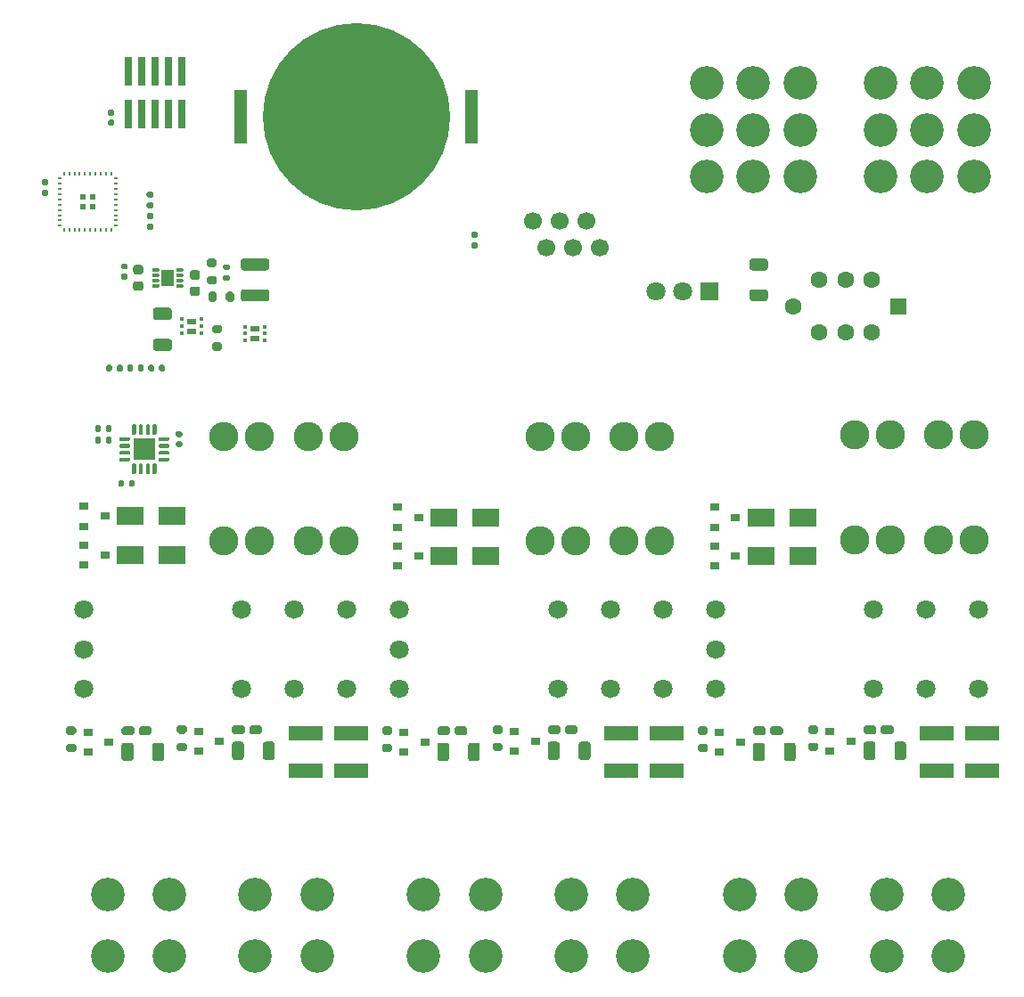
<source format=gbr>
%TF.GenerationSoftware,KiCad,Pcbnew,(5.1.9-0-10_14)*%
%TF.CreationDate,2021-05-25T14:21:41-07:00*%
%TF.ProjectId,tp_radio_board,74705f72-6164-4696-9f5f-626f6172642e,rev?*%
%TF.SameCoordinates,Original*%
%TF.FileFunction,Soldermask,Top*%
%TF.FilePolarity,Negative*%
%FSLAX46Y46*%
G04 Gerber Fmt 4.6, Leading zero omitted, Abs format (unit mm)*
G04 Created by KiCad (PCBNEW (5.1.9-0-10_14)) date 2021-05-25 14:21:41*
%MOMM*%
%LPD*%
G01*
G04 APERTURE LIST*
%ADD10R,0.762000X2.794000*%
%ADD11C,1.808000*%
%ADD12R,0.500000X0.500000*%
%ADD13R,0.250000X0.350000*%
%ADD14R,0.350000X0.250000*%
%ADD15R,0.900000X0.800000*%
%ADD16C,3.200000*%
%ADD17C,1.700000*%
%ADD18C,2.780000*%
%ADD19R,0.950000X0.613000*%
%ADD20R,0.325000X0.300000*%
%ADD21R,1.200000X1.500000*%
%ADD22R,1.800000X1.800000*%
%ADD23C,1.800000*%
%ADD24R,3.300000X1.400000*%
%ADD25R,2.500000X1.800000*%
%ADD26R,1.270000X5.080000*%
%ADD27C,17.800000*%
%ADD28R,2.100000X2.100000*%
%ADD29C,1.600000*%
%ADD30R,1.600000X1.600000*%
G04 APERTURE END LIST*
D10*
%TO.C,J1*%
X31340000Y-102772000D03*
X31340000Y-98708000D03*
X32610000Y-102772000D03*
X32610000Y-98708000D03*
X33880000Y-102772000D03*
X33880000Y-98708000D03*
X35150000Y-102772000D03*
X35150000Y-98708000D03*
X36420000Y-102772000D03*
X36420000Y-98708000D03*
%TD*%
D11*
%TO.C,K2*%
X57140008Y-157350000D03*
X72140008Y-157350000D03*
X77140008Y-157350000D03*
X82140008Y-157350000D03*
X82140008Y-149850000D03*
X77140008Y-149850000D03*
X72140008Y-149850000D03*
X57140008Y-149850000D03*
X57140008Y-153600000D03*
%TD*%
%TO.C,K3*%
X87140008Y-157350000D03*
X102140008Y-157350000D03*
X107140008Y-157350000D03*
X112140008Y-157350000D03*
X112140008Y-149850000D03*
X107140008Y-149850000D03*
X102140008Y-149850000D03*
X87140008Y-149850000D03*
X87140008Y-153600000D03*
%TD*%
%TO.C,K1*%
X27140008Y-157350000D03*
X42140008Y-157350000D03*
X47140008Y-157350000D03*
X52140008Y-157350000D03*
X52140008Y-149850000D03*
X47140008Y-149850000D03*
X42140008Y-149850000D03*
X27140008Y-149850000D03*
X27140008Y-153600000D03*
%TD*%
D12*
%TO.C,U1*%
X27050000Y-111550000D03*
X27950000Y-111550000D03*
X27950000Y-110650000D03*
X27050000Y-110650000D03*
D13*
X29750000Y-108450000D03*
X29250000Y-108450000D03*
X28750000Y-108450000D03*
X28250000Y-108450000D03*
X27750000Y-108450000D03*
X27250000Y-108450000D03*
X26750000Y-108450000D03*
X25750000Y-108450000D03*
X26250000Y-108450000D03*
X25250000Y-108450000D03*
D14*
X30150000Y-108850000D03*
X30150000Y-109350000D03*
X30150000Y-109850000D03*
X30150000Y-110350000D03*
X30150000Y-110850000D03*
X30150000Y-111350000D03*
X30150000Y-111850000D03*
X30150000Y-112350000D03*
X30150000Y-112850000D03*
X30150000Y-113350000D03*
D13*
X29750000Y-113750000D03*
X29250000Y-113750000D03*
X28750000Y-113750000D03*
X28250000Y-113750000D03*
X27750000Y-113750000D03*
X27250000Y-113750000D03*
X26750000Y-113750000D03*
X26250000Y-113750000D03*
X25750000Y-113750000D03*
X25250000Y-113750000D03*
D14*
X24850000Y-113350000D03*
X24850000Y-112850000D03*
X24850000Y-112350000D03*
X24850000Y-111850000D03*
X24850000Y-111350000D03*
X24850000Y-110850000D03*
X24850000Y-110350000D03*
X24850000Y-109850000D03*
X24850000Y-109350000D03*
X24850000Y-108850000D03*
%TD*%
%TO.C,D12*%
G36*
G01*
X102840000Y-161462500D02*
X102840000Y-161037500D01*
G75*
G02*
X103052500Y-160825000I212500J0D01*
G01*
X103852500Y-160825000D01*
G75*
G02*
X104065000Y-161037500I0J-212500D01*
G01*
X104065000Y-161462500D01*
G75*
G02*
X103852500Y-161675000I-212500J0D01*
G01*
X103052500Y-161675000D01*
G75*
G02*
X102840000Y-161462500I0J212500D01*
G01*
G37*
G36*
G01*
X101215000Y-161462500D02*
X101215000Y-161037500D01*
G75*
G02*
X101427500Y-160825000I212500J0D01*
G01*
X102227500Y-160825000D01*
G75*
G02*
X102440000Y-161037500I0J-212500D01*
G01*
X102440000Y-161462500D01*
G75*
G02*
X102227500Y-161675000I-212500J0D01*
G01*
X101427500Y-161675000D01*
G75*
G02*
X101215000Y-161462500I0J212500D01*
G01*
G37*
%TD*%
%TO.C,D11*%
G36*
G01*
X72840000Y-161462500D02*
X72840000Y-161037500D01*
G75*
G02*
X73052500Y-160825000I212500J0D01*
G01*
X73852500Y-160825000D01*
G75*
G02*
X74065000Y-161037500I0J-212500D01*
G01*
X74065000Y-161462500D01*
G75*
G02*
X73852500Y-161675000I-212500J0D01*
G01*
X73052500Y-161675000D01*
G75*
G02*
X72840000Y-161462500I0J212500D01*
G01*
G37*
G36*
G01*
X71215000Y-161462500D02*
X71215000Y-161037500D01*
G75*
G02*
X71427500Y-160825000I212500J0D01*
G01*
X72227500Y-160825000D01*
G75*
G02*
X72440000Y-161037500I0J-212500D01*
G01*
X72440000Y-161462500D01*
G75*
G02*
X72227500Y-161675000I-212500J0D01*
G01*
X71427500Y-161675000D01*
G75*
G02*
X71215000Y-161462500I0J212500D01*
G01*
G37*
%TD*%
%TO.C,D10*%
G36*
G01*
X42840000Y-161462500D02*
X42840000Y-161037500D01*
G75*
G02*
X43052500Y-160825000I212500J0D01*
G01*
X43852500Y-160825000D01*
G75*
G02*
X44065000Y-161037500I0J-212500D01*
G01*
X44065000Y-161462500D01*
G75*
G02*
X43852500Y-161675000I-212500J0D01*
G01*
X43052500Y-161675000D01*
G75*
G02*
X42840000Y-161462500I0J212500D01*
G01*
G37*
G36*
G01*
X41215000Y-161462500D02*
X41215000Y-161037500D01*
G75*
G02*
X41427500Y-160825000I212500J0D01*
G01*
X42227500Y-160825000D01*
G75*
G02*
X42440000Y-161037500I0J-212500D01*
G01*
X42440000Y-161462500D01*
G75*
G02*
X42227500Y-161675000I-212500J0D01*
G01*
X41427500Y-161675000D01*
G75*
G02*
X41215000Y-161462500I0J212500D01*
G01*
G37*
%TD*%
%TO.C,R24*%
G36*
G01*
X42340000Y-162624998D02*
X42340000Y-163875002D01*
G75*
G02*
X42090002Y-164125000I-249998J0D01*
G01*
X41464998Y-164125000D01*
G75*
G02*
X41215000Y-163875002I0J249998D01*
G01*
X41215000Y-162624998D01*
G75*
G02*
X41464998Y-162375000I249998J0D01*
G01*
X42090002Y-162375000D01*
G75*
G02*
X42340000Y-162624998I0J-249998D01*
G01*
G37*
G36*
G01*
X45265000Y-162624998D02*
X45265000Y-163875002D01*
G75*
G02*
X45015002Y-164125000I-249998J0D01*
G01*
X44389998Y-164125000D01*
G75*
G02*
X44140000Y-163875002I0J249998D01*
G01*
X44140000Y-162624998D01*
G75*
G02*
X44389998Y-162375000I249998J0D01*
G01*
X45015002Y-162375000D01*
G75*
G02*
X45265000Y-162624998I0J-249998D01*
G01*
G37*
%TD*%
%TO.C,R26*%
G36*
G01*
X102340000Y-162624998D02*
X102340000Y-163875002D01*
G75*
G02*
X102090002Y-164125000I-249998J0D01*
G01*
X101464998Y-164125000D01*
G75*
G02*
X101215000Y-163875002I0J249998D01*
G01*
X101215000Y-162624998D01*
G75*
G02*
X101464998Y-162375000I249998J0D01*
G01*
X102090002Y-162375000D01*
G75*
G02*
X102340000Y-162624998I0J-249998D01*
G01*
G37*
G36*
G01*
X105265000Y-162624998D02*
X105265000Y-163875002D01*
G75*
G02*
X105015002Y-164125000I-249998J0D01*
G01*
X104389998Y-164125000D01*
G75*
G02*
X104140000Y-163875002I0J249998D01*
G01*
X104140000Y-162624998D01*
G75*
G02*
X104389998Y-162375000I249998J0D01*
G01*
X105015002Y-162375000D01*
G75*
G02*
X105265000Y-162624998I0J-249998D01*
G01*
G37*
%TD*%
%TO.C,R25*%
G36*
G01*
X72340000Y-162624998D02*
X72340000Y-163875002D01*
G75*
G02*
X72090002Y-164125000I-249998J0D01*
G01*
X71464998Y-164125000D01*
G75*
G02*
X71215000Y-163875002I0J249998D01*
G01*
X71215000Y-162624998D01*
G75*
G02*
X71464998Y-162375000I249998J0D01*
G01*
X72090002Y-162375000D01*
G75*
G02*
X72340000Y-162624998I0J-249998D01*
G01*
G37*
G36*
G01*
X75265000Y-162624998D02*
X75265000Y-163875002D01*
G75*
G02*
X75015002Y-164125000I-249998J0D01*
G01*
X74389998Y-164125000D01*
G75*
G02*
X74140000Y-163875002I0J249998D01*
G01*
X74140000Y-162624998D01*
G75*
G02*
X74389998Y-162375000I249998J0D01*
G01*
X75015002Y-162375000D01*
G75*
G02*
X75265000Y-162624998I0J-249998D01*
G01*
G37*
%TD*%
%TO.C,R21*%
G36*
G01*
X36715000Y-161625000D02*
X36165000Y-161625000D01*
G75*
G02*
X35965000Y-161425000I0J200000D01*
G01*
X35965000Y-161025000D01*
G75*
G02*
X36165000Y-160825000I200000J0D01*
G01*
X36715000Y-160825000D01*
G75*
G02*
X36915000Y-161025000I0J-200000D01*
G01*
X36915000Y-161425000D01*
G75*
G02*
X36715000Y-161625000I-200000J0D01*
G01*
G37*
G36*
G01*
X36715000Y-163275000D02*
X36165000Y-163275000D01*
G75*
G02*
X35965000Y-163075000I0J200000D01*
G01*
X35965000Y-162675000D01*
G75*
G02*
X36165000Y-162475000I200000J0D01*
G01*
X36715000Y-162475000D01*
G75*
G02*
X36915000Y-162675000I0J-200000D01*
G01*
X36915000Y-163075000D01*
G75*
G02*
X36715000Y-163275000I-200000J0D01*
G01*
G37*
%TD*%
%TO.C,R23*%
G36*
G01*
X96715000Y-161625000D02*
X96165000Y-161625000D01*
G75*
G02*
X95965000Y-161425000I0J200000D01*
G01*
X95965000Y-161025000D01*
G75*
G02*
X96165000Y-160825000I200000J0D01*
G01*
X96715000Y-160825000D01*
G75*
G02*
X96915000Y-161025000I0J-200000D01*
G01*
X96915000Y-161425000D01*
G75*
G02*
X96715000Y-161625000I-200000J0D01*
G01*
G37*
G36*
G01*
X96715000Y-163275000D02*
X96165000Y-163275000D01*
G75*
G02*
X95965000Y-163075000I0J200000D01*
G01*
X95965000Y-162675000D01*
G75*
G02*
X96165000Y-162475000I200000J0D01*
G01*
X96715000Y-162475000D01*
G75*
G02*
X96915000Y-162675000I0J-200000D01*
G01*
X96915000Y-163075000D01*
G75*
G02*
X96715000Y-163275000I-200000J0D01*
G01*
G37*
%TD*%
%TO.C,R22*%
G36*
G01*
X66715000Y-161625000D02*
X66165000Y-161625000D01*
G75*
G02*
X65965000Y-161425000I0J200000D01*
G01*
X65965000Y-161025000D01*
G75*
G02*
X66165000Y-160825000I200000J0D01*
G01*
X66715000Y-160825000D01*
G75*
G02*
X66915000Y-161025000I0J-200000D01*
G01*
X66915000Y-161425000D01*
G75*
G02*
X66715000Y-161625000I-200000J0D01*
G01*
G37*
G36*
G01*
X66715000Y-163275000D02*
X66165000Y-163275000D01*
G75*
G02*
X65965000Y-163075000I0J200000D01*
G01*
X65965000Y-162675000D01*
G75*
G02*
X66165000Y-162475000I200000J0D01*
G01*
X66715000Y-162475000D01*
G75*
G02*
X66915000Y-162675000I0J-200000D01*
G01*
X66915000Y-163075000D01*
G75*
G02*
X66715000Y-163275000I-200000J0D01*
G01*
G37*
%TD*%
%TO.C,R16*%
G36*
G01*
X31840000Y-162724998D02*
X31840000Y-163975002D01*
G75*
G02*
X31590002Y-164225000I-249998J0D01*
G01*
X30964998Y-164225000D01*
G75*
G02*
X30715000Y-163975002I0J249998D01*
G01*
X30715000Y-162724998D01*
G75*
G02*
X30964998Y-162475000I249998J0D01*
G01*
X31590002Y-162475000D01*
G75*
G02*
X31840000Y-162724998I0J-249998D01*
G01*
G37*
G36*
G01*
X34765000Y-162724998D02*
X34765000Y-163975002D01*
G75*
G02*
X34515002Y-164225000I-249998J0D01*
G01*
X33889998Y-164225000D01*
G75*
G02*
X33640000Y-163975002I0J249998D01*
G01*
X33640000Y-162724998D01*
G75*
G02*
X33889998Y-162475000I249998J0D01*
G01*
X34515002Y-162475000D01*
G75*
G02*
X34765000Y-162724998I0J-249998D01*
G01*
G37*
%TD*%
%TO.C,R18*%
G36*
G01*
X91840000Y-162724998D02*
X91840000Y-163975002D01*
G75*
G02*
X91590002Y-164225000I-249998J0D01*
G01*
X90964998Y-164225000D01*
G75*
G02*
X90715000Y-163975002I0J249998D01*
G01*
X90715000Y-162724998D01*
G75*
G02*
X90964998Y-162475000I249998J0D01*
G01*
X91590002Y-162475000D01*
G75*
G02*
X91840000Y-162724998I0J-249998D01*
G01*
G37*
G36*
G01*
X94765000Y-162724998D02*
X94765000Y-163975002D01*
G75*
G02*
X94515002Y-164225000I-249998J0D01*
G01*
X93889998Y-164225000D01*
G75*
G02*
X93640000Y-163975002I0J249998D01*
G01*
X93640000Y-162724998D01*
G75*
G02*
X93889998Y-162475000I249998J0D01*
G01*
X94515002Y-162475000D01*
G75*
G02*
X94765000Y-162724998I0J-249998D01*
G01*
G37*
%TD*%
%TO.C,R17*%
G36*
G01*
X61840000Y-162724998D02*
X61840000Y-163975002D01*
G75*
G02*
X61590002Y-164225000I-249998J0D01*
G01*
X60964998Y-164225000D01*
G75*
G02*
X60715000Y-163975002I0J249998D01*
G01*
X60715000Y-162724998D01*
G75*
G02*
X60964998Y-162475000I249998J0D01*
G01*
X61590002Y-162475000D01*
G75*
G02*
X61840000Y-162724998I0J-249998D01*
G01*
G37*
G36*
G01*
X64765000Y-162724998D02*
X64765000Y-163975002D01*
G75*
G02*
X64515002Y-164225000I-249998J0D01*
G01*
X63889998Y-164225000D01*
G75*
G02*
X63640000Y-163975002I0J249998D01*
G01*
X63640000Y-162724998D01*
G75*
G02*
X63889998Y-162475000I249998J0D01*
G01*
X64515002Y-162475000D01*
G75*
G02*
X64765000Y-162724998I0J-249998D01*
G01*
G37*
%TD*%
%TO.C,R13*%
G36*
G01*
X26215000Y-161725000D02*
X25665000Y-161725000D01*
G75*
G02*
X25465000Y-161525000I0J200000D01*
G01*
X25465000Y-161125000D01*
G75*
G02*
X25665000Y-160925000I200000J0D01*
G01*
X26215000Y-160925000D01*
G75*
G02*
X26415000Y-161125000I0J-200000D01*
G01*
X26415000Y-161525000D01*
G75*
G02*
X26215000Y-161725000I-200000J0D01*
G01*
G37*
G36*
G01*
X26215000Y-163375000D02*
X25665000Y-163375000D01*
G75*
G02*
X25465000Y-163175000I0J200000D01*
G01*
X25465000Y-162775000D01*
G75*
G02*
X25665000Y-162575000I200000J0D01*
G01*
X26215000Y-162575000D01*
G75*
G02*
X26415000Y-162775000I0J-200000D01*
G01*
X26415000Y-163175000D01*
G75*
G02*
X26215000Y-163375000I-200000J0D01*
G01*
G37*
%TD*%
%TO.C,R15*%
G36*
G01*
X86215000Y-161725000D02*
X85665000Y-161725000D01*
G75*
G02*
X85465000Y-161525000I0J200000D01*
G01*
X85465000Y-161125000D01*
G75*
G02*
X85665000Y-160925000I200000J0D01*
G01*
X86215000Y-160925000D01*
G75*
G02*
X86415000Y-161125000I0J-200000D01*
G01*
X86415000Y-161525000D01*
G75*
G02*
X86215000Y-161725000I-200000J0D01*
G01*
G37*
G36*
G01*
X86215000Y-163375000D02*
X85665000Y-163375000D01*
G75*
G02*
X85465000Y-163175000I0J200000D01*
G01*
X85465000Y-162775000D01*
G75*
G02*
X85665000Y-162575000I200000J0D01*
G01*
X86215000Y-162575000D01*
G75*
G02*
X86415000Y-162775000I0J-200000D01*
G01*
X86415000Y-163175000D01*
G75*
G02*
X86215000Y-163375000I-200000J0D01*
G01*
G37*
%TD*%
%TO.C,R14*%
G36*
G01*
X56215000Y-161725000D02*
X55665000Y-161725000D01*
G75*
G02*
X55465000Y-161525000I0J200000D01*
G01*
X55465000Y-161125000D01*
G75*
G02*
X55665000Y-160925000I200000J0D01*
G01*
X56215000Y-160925000D01*
G75*
G02*
X56415000Y-161125000I0J-200000D01*
G01*
X56415000Y-161525000D01*
G75*
G02*
X56215000Y-161725000I-200000J0D01*
G01*
G37*
G36*
G01*
X56215000Y-163375000D02*
X55665000Y-163375000D01*
G75*
G02*
X55465000Y-163175000I0J200000D01*
G01*
X55465000Y-162775000D01*
G75*
G02*
X55665000Y-162575000I200000J0D01*
G01*
X56215000Y-162575000D01*
G75*
G02*
X56415000Y-162775000I0J-200000D01*
G01*
X56415000Y-163175000D01*
G75*
G02*
X56215000Y-163375000I-200000J0D01*
G01*
G37*
%TD*%
D15*
%TO.C,Q10*%
X40040000Y-162350000D03*
X38040000Y-163300000D03*
X38040000Y-161400000D03*
%TD*%
%TO.C,Q12*%
X100040000Y-162350000D03*
X98040000Y-163300000D03*
X98040000Y-161400000D03*
%TD*%
%TO.C,Q11*%
X70040000Y-162350000D03*
X68040000Y-163300000D03*
X68040000Y-161400000D03*
%TD*%
%TO.C,Q7*%
X29540000Y-162450000D03*
X27540000Y-163400000D03*
X27540000Y-161500000D03*
%TD*%
%TO.C,Q9*%
X89540000Y-162450000D03*
X87540000Y-163400000D03*
X87540000Y-161500000D03*
%TD*%
%TO.C,Q8*%
X59540000Y-162450000D03*
X57540000Y-163400000D03*
X57540000Y-161500000D03*
%TD*%
%TO.C,D7*%
G36*
G01*
X32340000Y-161562500D02*
X32340000Y-161137500D01*
G75*
G02*
X32552500Y-160925000I212500J0D01*
G01*
X33352500Y-160925000D01*
G75*
G02*
X33565000Y-161137500I0J-212500D01*
G01*
X33565000Y-161562500D01*
G75*
G02*
X33352500Y-161775000I-212500J0D01*
G01*
X32552500Y-161775000D01*
G75*
G02*
X32340000Y-161562500I0J212500D01*
G01*
G37*
G36*
G01*
X30715000Y-161562500D02*
X30715000Y-161137500D01*
G75*
G02*
X30927500Y-160925000I212500J0D01*
G01*
X31727500Y-160925000D01*
G75*
G02*
X31940000Y-161137500I0J-212500D01*
G01*
X31940000Y-161562500D01*
G75*
G02*
X31727500Y-161775000I-212500J0D01*
G01*
X30927500Y-161775000D01*
G75*
G02*
X30715000Y-161562500I0J212500D01*
G01*
G37*
%TD*%
%TO.C,D9*%
G36*
G01*
X92340000Y-161562500D02*
X92340000Y-161137500D01*
G75*
G02*
X92552500Y-160925000I212500J0D01*
G01*
X93352500Y-160925000D01*
G75*
G02*
X93565000Y-161137500I0J-212500D01*
G01*
X93565000Y-161562500D01*
G75*
G02*
X93352500Y-161775000I-212500J0D01*
G01*
X92552500Y-161775000D01*
G75*
G02*
X92340000Y-161562500I0J212500D01*
G01*
G37*
G36*
G01*
X90715000Y-161562500D02*
X90715000Y-161137500D01*
G75*
G02*
X90927500Y-160925000I212500J0D01*
G01*
X91727500Y-160925000D01*
G75*
G02*
X91940000Y-161137500I0J-212500D01*
G01*
X91940000Y-161562500D01*
G75*
G02*
X91727500Y-161775000I-212500J0D01*
G01*
X90927500Y-161775000D01*
G75*
G02*
X90715000Y-161562500I0J212500D01*
G01*
G37*
%TD*%
%TO.C,D8*%
G36*
G01*
X62340000Y-161562500D02*
X62340000Y-161137500D01*
G75*
G02*
X62552500Y-160925000I212500J0D01*
G01*
X63352500Y-160925000D01*
G75*
G02*
X63565000Y-161137500I0J-212500D01*
G01*
X63565000Y-161562500D01*
G75*
G02*
X63352500Y-161775000I-212500J0D01*
G01*
X62552500Y-161775000D01*
G75*
G02*
X62340000Y-161562500I0J212500D01*
G01*
G37*
G36*
G01*
X60715000Y-161562500D02*
X60715000Y-161137500D01*
G75*
G02*
X60927500Y-160925000I212500J0D01*
G01*
X61727500Y-160925000D01*
G75*
G02*
X61940000Y-161137500I0J-212500D01*
G01*
X61940000Y-161562500D01*
G75*
G02*
X61727500Y-161775000I-212500J0D01*
G01*
X60927500Y-161775000D01*
G75*
G02*
X60715000Y-161562500I0J212500D01*
G01*
G37*
%TD*%
D16*
%TO.C,J10*%
X90750000Y-104250000D03*
X90750000Y-108685000D03*
X95185000Y-104250000D03*
X90750000Y-99815000D03*
X86315000Y-104250000D03*
X86315000Y-108685000D03*
X86315000Y-99815000D03*
X95185000Y-99815000D03*
X95185000Y-108685000D03*
%TD*%
%TO.C,J8*%
X107250000Y-104250000D03*
X107250000Y-108685000D03*
X111685000Y-104250000D03*
X107250000Y-99815000D03*
X102815000Y-104250000D03*
X102815000Y-108685000D03*
X102815000Y-99815000D03*
X111685000Y-99815000D03*
X111685000Y-108685000D03*
%TD*%
%TO.C,J7*%
X103405000Y-182785000D03*
X103405000Y-176915000D03*
X109275000Y-176915000D03*
X109275000Y-182785000D03*
%TD*%
%TO.C,J6*%
X73405000Y-182785000D03*
X73405000Y-176915000D03*
X79275000Y-176915000D03*
X79275000Y-182785000D03*
%TD*%
%TO.C,J5*%
X43405000Y-182785000D03*
X43405000Y-176915000D03*
X49275000Y-176915000D03*
X49275000Y-182785000D03*
%TD*%
%TO.C,J4*%
X89405000Y-182785000D03*
X89405000Y-176915000D03*
X95275000Y-176915000D03*
X95275000Y-182785000D03*
%TD*%
%TO.C,J3*%
X59405000Y-182785000D03*
X59405000Y-176915000D03*
X65275000Y-176915000D03*
X65275000Y-182785000D03*
%TD*%
%TO.C,J2*%
X29405000Y-182785000D03*
X29405000Y-176915000D03*
X35275000Y-176915000D03*
X35275000Y-182785000D03*
%TD*%
D17*
%TO.C,J9*%
X76175000Y-115440000D03*
X73635000Y-115440000D03*
X71095000Y-115440000D03*
X74905000Y-112900000D03*
X72345000Y-112900000D03*
X69825000Y-112900000D03*
%TD*%
%TO.C,R20*%
G36*
G01*
X91875002Y-117600000D02*
X90624998Y-117600000D01*
G75*
G02*
X90375000Y-117350002I0J249998D01*
G01*
X90375000Y-116724998D01*
G75*
G02*
X90624998Y-116475000I249998J0D01*
G01*
X91875002Y-116475000D01*
G75*
G02*
X92125000Y-116724998I0J-249998D01*
G01*
X92125000Y-117350002D01*
G75*
G02*
X91875002Y-117600000I-249998J0D01*
G01*
G37*
G36*
G01*
X91875002Y-120525000D02*
X90624998Y-120525000D01*
G75*
G02*
X90375000Y-120275002I0J249998D01*
G01*
X90375000Y-119649998D01*
G75*
G02*
X90624998Y-119400000I249998J0D01*
G01*
X91875002Y-119400000D01*
G75*
G02*
X92125000Y-119649998I0J-249998D01*
G01*
X92125000Y-120275002D01*
G75*
G02*
X91875002Y-120525000I-249998J0D01*
G01*
G37*
%TD*%
%TO.C,R19*%
G36*
G01*
X64435000Y-114490000D02*
X64065000Y-114490000D01*
G75*
G02*
X63930000Y-114355000I0J135000D01*
G01*
X63930000Y-114085000D01*
G75*
G02*
X64065000Y-113950000I135000J0D01*
G01*
X64435000Y-113950000D01*
G75*
G02*
X64570000Y-114085000I0J-135000D01*
G01*
X64570000Y-114355000D01*
G75*
G02*
X64435000Y-114490000I-135000J0D01*
G01*
G37*
G36*
G01*
X64435000Y-115510000D02*
X64065000Y-115510000D01*
G75*
G02*
X63930000Y-115375000I0J135000D01*
G01*
X63930000Y-115105000D01*
G75*
G02*
X64065000Y-114970000I135000J0D01*
G01*
X64435000Y-114970000D01*
G75*
G02*
X64570000Y-115105000I0J-135000D01*
G01*
X64570000Y-115375000D01*
G75*
G02*
X64435000Y-115510000I-135000J0D01*
G01*
G37*
%TD*%
D18*
%TO.C,F6*%
X108350000Y-143170000D03*
X111750000Y-143170000D03*
X108350000Y-133250000D03*
X111750000Y-133250000D03*
%TD*%
%TO.C,F5*%
X78440000Y-143270000D03*
X81840000Y-143270000D03*
X78440000Y-133350000D03*
X81840000Y-133350000D03*
%TD*%
%TO.C,F4*%
X48440000Y-143270000D03*
X51840000Y-143270000D03*
X48440000Y-133350000D03*
X51840000Y-133350000D03*
%TD*%
D19*
%TO.C,U6*%
X43400000Y-123133500D03*
X43400000Y-124066500D03*
D20*
X44325000Y-122950000D03*
X44325000Y-124250000D03*
X44325000Y-123600000D03*
X42475000Y-124250000D03*
X42475000Y-123600000D03*
X42475000Y-122950000D03*
%TD*%
D19*
%TO.C,U5*%
X37400000Y-122433500D03*
X37400000Y-123366500D03*
D20*
X38325000Y-122250000D03*
X38325000Y-123550000D03*
X38325000Y-122900000D03*
X36475000Y-123550000D03*
X36475000Y-122900000D03*
X36475000Y-122250000D03*
%TD*%
D21*
%TO.C,U4*%
X35100000Y-118300000D03*
G36*
G01*
X35900000Y-117637500D02*
X35900000Y-117462500D01*
G75*
G02*
X35987500Y-117375000I87500J0D01*
G01*
X36487500Y-117375000D01*
G75*
G02*
X36575000Y-117462500I0J-87500D01*
G01*
X36575000Y-117637500D01*
G75*
G02*
X36487500Y-117725000I-87500J0D01*
G01*
X35987500Y-117725000D01*
G75*
G02*
X35900000Y-117637500I0J87500D01*
G01*
G37*
G36*
G01*
X35900000Y-118137500D02*
X35900000Y-117962500D01*
G75*
G02*
X35987500Y-117875000I87500J0D01*
G01*
X36487500Y-117875000D01*
G75*
G02*
X36575000Y-117962500I0J-87500D01*
G01*
X36575000Y-118137500D01*
G75*
G02*
X36487500Y-118225000I-87500J0D01*
G01*
X35987500Y-118225000D01*
G75*
G02*
X35900000Y-118137500I0J87500D01*
G01*
G37*
G36*
G01*
X35900000Y-118637500D02*
X35900000Y-118462500D01*
G75*
G02*
X35987500Y-118375000I87500J0D01*
G01*
X36487500Y-118375000D01*
G75*
G02*
X36575000Y-118462500I0J-87500D01*
G01*
X36575000Y-118637500D01*
G75*
G02*
X36487500Y-118725000I-87500J0D01*
G01*
X35987500Y-118725000D01*
G75*
G02*
X35900000Y-118637500I0J87500D01*
G01*
G37*
G36*
G01*
X35900000Y-119137500D02*
X35900000Y-118962500D01*
G75*
G02*
X35987500Y-118875000I87500J0D01*
G01*
X36487500Y-118875000D01*
G75*
G02*
X36575000Y-118962500I0J-87500D01*
G01*
X36575000Y-119137500D01*
G75*
G02*
X36487500Y-119225000I-87500J0D01*
G01*
X35987500Y-119225000D01*
G75*
G02*
X35900000Y-119137500I0J87500D01*
G01*
G37*
G36*
G01*
X33625000Y-119137500D02*
X33625000Y-118962500D01*
G75*
G02*
X33712500Y-118875000I87500J0D01*
G01*
X34212500Y-118875000D01*
G75*
G02*
X34300000Y-118962500I0J-87500D01*
G01*
X34300000Y-119137500D01*
G75*
G02*
X34212500Y-119225000I-87500J0D01*
G01*
X33712500Y-119225000D01*
G75*
G02*
X33625000Y-119137500I0J87500D01*
G01*
G37*
G36*
G01*
X33625000Y-118637500D02*
X33625000Y-118462500D01*
G75*
G02*
X33712500Y-118375000I87500J0D01*
G01*
X34212500Y-118375000D01*
G75*
G02*
X34300000Y-118462500I0J-87500D01*
G01*
X34300000Y-118637500D01*
G75*
G02*
X34212500Y-118725000I-87500J0D01*
G01*
X33712500Y-118725000D01*
G75*
G02*
X33625000Y-118637500I0J87500D01*
G01*
G37*
G36*
G01*
X33625000Y-118137500D02*
X33625000Y-117962500D01*
G75*
G02*
X33712500Y-117875000I87500J0D01*
G01*
X34212500Y-117875000D01*
G75*
G02*
X34300000Y-117962500I0J-87500D01*
G01*
X34300000Y-118137500D01*
G75*
G02*
X34212500Y-118225000I-87500J0D01*
G01*
X33712500Y-118225000D01*
G75*
G02*
X33625000Y-118137500I0J87500D01*
G01*
G37*
G36*
G01*
X33625000Y-117637500D02*
X33625000Y-117462500D01*
G75*
G02*
X33712500Y-117375000I87500J0D01*
G01*
X34212500Y-117375000D01*
G75*
G02*
X34300000Y-117462500I0J-87500D01*
G01*
X34300000Y-117637500D01*
G75*
G02*
X34212500Y-117725000I-87500J0D01*
G01*
X33712500Y-117725000D01*
G75*
G02*
X33625000Y-117637500I0J87500D01*
G01*
G37*
%TD*%
D22*
%TO.C,U3*%
X86590000Y-119570000D03*
D23*
X84050000Y-119570000D03*
X81510000Y-119570000D03*
%TD*%
%TO.C,R30*%
G36*
G01*
X39775000Y-119825000D02*
X39775000Y-120375000D01*
G75*
G02*
X39575000Y-120575000I-200000J0D01*
G01*
X39175000Y-120575000D01*
G75*
G02*
X38975000Y-120375000I0J200000D01*
G01*
X38975000Y-119825000D01*
G75*
G02*
X39175000Y-119625000I200000J0D01*
G01*
X39575000Y-119625000D01*
G75*
G02*
X39775000Y-119825000I0J-200000D01*
G01*
G37*
G36*
G01*
X41425000Y-119825000D02*
X41425000Y-120375000D01*
G75*
G02*
X41225000Y-120575000I-200000J0D01*
G01*
X40825000Y-120575000D01*
G75*
G02*
X40625000Y-120375000I0J200000D01*
G01*
X40625000Y-119825000D01*
G75*
G02*
X40825000Y-119625000I200000J0D01*
G01*
X41225000Y-119625000D01*
G75*
G02*
X41425000Y-119825000I0J-200000D01*
G01*
G37*
%TD*%
%TO.C,R29*%
G36*
G01*
X39025000Y-118125000D02*
X39575000Y-118125000D01*
G75*
G02*
X39775000Y-118325000I0J-200000D01*
G01*
X39775000Y-118725000D01*
G75*
G02*
X39575000Y-118925000I-200000J0D01*
G01*
X39025000Y-118925000D01*
G75*
G02*
X38825000Y-118725000I0J200000D01*
G01*
X38825000Y-118325000D01*
G75*
G02*
X39025000Y-118125000I200000J0D01*
G01*
G37*
G36*
G01*
X39025000Y-116475000D02*
X39575000Y-116475000D01*
G75*
G02*
X39775000Y-116675000I0J-200000D01*
G01*
X39775000Y-117075000D01*
G75*
G02*
X39575000Y-117275000I-200000J0D01*
G01*
X39025000Y-117275000D01*
G75*
G02*
X38825000Y-117075000I0J200000D01*
G01*
X38825000Y-116675000D01*
G75*
G02*
X39025000Y-116475000I200000J0D01*
G01*
G37*
%TD*%
%TO.C,R28*%
G36*
G01*
X40075000Y-123575000D02*
X39525000Y-123575000D01*
G75*
G02*
X39325000Y-123375000I0J200000D01*
G01*
X39325000Y-122975000D01*
G75*
G02*
X39525000Y-122775000I200000J0D01*
G01*
X40075000Y-122775000D01*
G75*
G02*
X40275000Y-122975000I0J-200000D01*
G01*
X40275000Y-123375000D01*
G75*
G02*
X40075000Y-123575000I-200000J0D01*
G01*
G37*
G36*
G01*
X40075000Y-125225000D02*
X39525000Y-125225000D01*
G75*
G02*
X39325000Y-125025000I0J200000D01*
G01*
X39325000Y-124625000D01*
G75*
G02*
X39525000Y-124425000I200000J0D01*
G01*
X40075000Y-124425000D01*
G75*
G02*
X40275000Y-124625000I0J-200000D01*
G01*
X40275000Y-125025000D01*
G75*
G02*
X40075000Y-125225000I-200000J0D01*
G01*
G37*
%TD*%
%TO.C,R27*%
G36*
G01*
X40515000Y-118040000D02*
X40885000Y-118040000D01*
G75*
G02*
X41020000Y-118175000I0J-135000D01*
G01*
X41020000Y-118445000D01*
G75*
G02*
X40885000Y-118580000I-135000J0D01*
G01*
X40515000Y-118580000D01*
G75*
G02*
X40380000Y-118445000I0J135000D01*
G01*
X40380000Y-118175000D01*
G75*
G02*
X40515000Y-118040000I135000J0D01*
G01*
G37*
G36*
G01*
X40515000Y-117020000D02*
X40885000Y-117020000D01*
G75*
G02*
X41020000Y-117155000I0J-135000D01*
G01*
X41020000Y-117425000D01*
G75*
G02*
X40885000Y-117560000I-135000J0D01*
G01*
X40515000Y-117560000D01*
G75*
G02*
X40380000Y-117425000I0J135000D01*
G01*
X40380000Y-117155000D01*
G75*
G02*
X40515000Y-117020000I135000J0D01*
G01*
G37*
%TD*%
%TO.C,R12*%
G36*
G01*
X29225000Y-133920000D02*
X29225000Y-133550000D01*
G75*
G02*
X29360000Y-133415000I135000J0D01*
G01*
X29630000Y-133415000D01*
G75*
G02*
X29765000Y-133550000I0J-135000D01*
G01*
X29765000Y-133920000D01*
G75*
G02*
X29630000Y-134055000I-135000J0D01*
G01*
X29360000Y-134055000D01*
G75*
G02*
X29225000Y-133920000I0J135000D01*
G01*
G37*
G36*
G01*
X28205000Y-133920000D02*
X28205000Y-133550000D01*
G75*
G02*
X28340000Y-133415000I135000J0D01*
G01*
X28610000Y-133415000D01*
G75*
G02*
X28745000Y-133550000I0J-135000D01*
G01*
X28745000Y-133920000D01*
G75*
G02*
X28610000Y-134055000I-135000J0D01*
G01*
X28340000Y-134055000D01*
G75*
G02*
X28205000Y-133920000I0J135000D01*
G01*
G37*
%TD*%
%TO.C,R11*%
G36*
G01*
X29225000Y-132820000D02*
X29225000Y-132450000D01*
G75*
G02*
X29360000Y-132315000I135000J0D01*
G01*
X29630000Y-132315000D01*
G75*
G02*
X29765000Y-132450000I0J-135000D01*
G01*
X29765000Y-132820000D01*
G75*
G02*
X29630000Y-132955000I-135000J0D01*
G01*
X29360000Y-132955000D01*
G75*
G02*
X29225000Y-132820000I0J135000D01*
G01*
G37*
G36*
G01*
X28205000Y-132820000D02*
X28205000Y-132450000D01*
G75*
G02*
X28340000Y-132315000I135000J0D01*
G01*
X28610000Y-132315000D01*
G75*
G02*
X28745000Y-132450000I0J-135000D01*
G01*
X28745000Y-132820000D01*
G75*
G02*
X28610000Y-132955000I-135000J0D01*
G01*
X28340000Y-132955000D01*
G75*
G02*
X28205000Y-132820000I0J135000D01*
G01*
G37*
%TD*%
%TO.C,R10*%
G36*
G01*
X30285000Y-127070000D02*
X30285000Y-126700000D01*
G75*
G02*
X30420000Y-126565000I135000J0D01*
G01*
X30690000Y-126565000D01*
G75*
G02*
X30825000Y-126700000I0J-135000D01*
G01*
X30825000Y-127070000D01*
G75*
G02*
X30690000Y-127205000I-135000J0D01*
G01*
X30420000Y-127205000D01*
G75*
G02*
X30285000Y-127070000I0J135000D01*
G01*
G37*
G36*
G01*
X29265000Y-127070000D02*
X29265000Y-126700000D01*
G75*
G02*
X29400000Y-126565000I135000J0D01*
G01*
X29670000Y-126565000D01*
G75*
G02*
X29805000Y-126700000I0J-135000D01*
G01*
X29805000Y-127070000D01*
G75*
G02*
X29670000Y-127205000I-135000J0D01*
G01*
X29400000Y-127205000D01*
G75*
G02*
X29265000Y-127070000I0J135000D01*
G01*
G37*
%TD*%
%TO.C,R9*%
G36*
G01*
X31425000Y-138020000D02*
X31425000Y-137650000D01*
G75*
G02*
X31560000Y-137515000I135000J0D01*
G01*
X31830000Y-137515000D01*
G75*
G02*
X31965000Y-137650000I0J-135000D01*
G01*
X31965000Y-138020000D01*
G75*
G02*
X31830000Y-138155000I-135000J0D01*
G01*
X31560000Y-138155000D01*
G75*
G02*
X31425000Y-138020000I0J135000D01*
G01*
G37*
G36*
G01*
X30405000Y-138020000D02*
X30405000Y-137650000D01*
G75*
G02*
X30540000Y-137515000I135000J0D01*
G01*
X30810000Y-137515000D01*
G75*
G02*
X30945000Y-137650000I0J-135000D01*
G01*
X30945000Y-138020000D01*
G75*
G02*
X30810000Y-138155000I-135000J0D01*
G01*
X30540000Y-138155000D01*
G75*
G02*
X30405000Y-138020000I0J135000D01*
G01*
G37*
%TD*%
%TO.C,R8*%
G36*
G01*
X32285000Y-127070000D02*
X32285000Y-126700000D01*
G75*
G02*
X32420000Y-126565000I135000J0D01*
G01*
X32690000Y-126565000D01*
G75*
G02*
X32825000Y-126700000I0J-135000D01*
G01*
X32825000Y-127070000D01*
G75*
G02*
X32690000Y-127205000I-135000J0D01*
G01*
X32420000Y-127205000D01*
G75*
G02*
X32285000Y-127070000I0J135000D01*
G01*
G37*
G36*
G01*
X31265000Y-127070000D02*
X31265000Y-126700000D01*
G75*
G02*
X31400000Y-126565000I135000J0D01*
G01*
X31670000Y-126565000D01*
G75*
G02*
X31805000Y-126700000I0J-135000D01*
G01*
X31805000Y-127070000D01*
G75*
G02*
X31670000Y-127205000I-135000J0D01*
G01*
X31400000Y-127205000D01*
G75*
G02*
X31265000Y-127070000I0J135000D01*
G01*
G37*
%TD*%
%TO.C,R7*%
G36*
G01*
X33805000Y-126700000D02*
X33805000Y-127070000D01*
G75*
G02*
X33670000Y-127205000I-135000J0D01*
G01*
X33400000Y-127205000D01*
G75*
G02*
X33265000Y-127070000I0J135000D01*
G01*
X33265000Y-126700000D01*
G75*
G02*
X33400000Y-126565000I135000J0D01*
G01*
X33670000Y-126565000D01*
G75*
G02*
X33805000Y-126700000I0J-135000D01*
G01*
G37*
G36*
G01*
X34825000Y-126700000D02*
X34825000Y-127070000D01*
G75*
G02*
X34690000Y-127205000I-135000J0D01*
G01*
X34420000Y-127205000D01*
G75*
G02*
X34285000Y-127070000I0J135000D01*
G01*
X34285000Y-126700000D01*
G75*
G02*
X34420000Y-126565000I135000J0D01*
G01*
X34690000Y-126565000D01*
G75*
G02*
X34825000Y-126700000I0J-135000D01*
G01*
G37*
%TD*%
D24*
%TO.C,R4*%
X52490000Y-161550000D03*
X52490000Y-165150000D03*
X48190000Y-161550000D03*
X48190000Y-165150000D03*
%TD*%
%TO.C,R5*%
X82490000Y-161550000D03*
X82490000Y-165150000D03*
X78190000Y-161550000D03*
X78190000Y-165150000D03*
%TD*%
%TO.C,R3*%
G36*
G01*
X33605000Y-110670000D02*
X33235000Y-110670000D01*
G75*
G02*
X33100000Y-110535000I0J135000D01*
G01*
X33100000Y-110265000D01*
G75*
G02*
X33235000Y-110130000I135000J0D01*
G01*
X33605000Y-110130000D01*
G75*
G02*
X33740000Y-110265000I0J-135000D01*
G01*
X33740000Y-110535000D01*
G75*
G02*
X33605000Y-110670000I-135000J0D01*
G01*
G37*
G36*
G01*
X33605000Y-111690000D02*
X33235000Y-111690000D01*
G75*
G02*
X33100000Y-111555000I0J135000D01*
G01*
X33100000Y-111285000D01*
G75*
G02*
X33235000Y-111150000I135000J0D01*
G01*
X33605000Y-111150000D01*
G75*
G02*
X33740000Y-111285000I0J-135000D01*
G01*
X33740000Y-111555000D01*
G75*
G02*
X33605000Y-111690000I-135000J0D01*
G01*
G37*
%TD*%
%TO.C,R2*%
G36*
G01*
X33245000Y-113170000D02*
X33615000Y-113170000D01*
G75*
G02*
X33750000Y-113305000I0J-135000D01*
G01*
X33750000Y-113575000D01*
G75*
G02*
X33615000Y-113710000I-135000J0D01*
G01*
X33245000Y-113710000D01*
G75*
G02*
X33110000Y-113575000I0J135000D01*
G01*
X33110000Y-113305000D01*
G75*
G02*
X33245000Y-113170000I135000J0D01*
G01*
G37*
G36*
G01*
X33245000Y-112150000D02*
X33615000Y-112150000D01*
G75*
G02*
X33750000Y-112285000I0J-135000D01*
G01*
X33750000Y-112555000D01*
G75*
G02*
X33615000Y-112690000I-135000J0D01*
G01*
X33245000Y-112690000D01*
G75*
G02*
X33110000Y-112555000I0J135000D01*
G01*
X33110000Y-112285000D01*
G75*
G02*
X33245000Y-112150000I135000J0D01*
G01*
G37*
%TD*%
%TO.C,R1*%
G36*
G01*
X23275000Y-109950000D02*
X23645000Y-109950000D01*
G75*
G02*
X23780000Y-110085000I0J-135000D01*
G01*
X23780000Y-110355000D01*
G75*
G02*
X23645000Y-110490000I-135000J0D01*
G01*
X23275000Y-110490000D01*
G75*
G02*
X23140000Y-110355000I0J135000D01*
G01*
X23140000Y-110085000D01*
G75*
G02*
X23275000Y-109950000I135000J0D01*
G01*
G37*
G36*
G01*
X23275000Y-108930000D02*
X23645000Y-108930000D01*
G75*
G02*
X23780000Y-109065000I0J-135000D01*
G01*
X23780000Y-109335000D01*
G75*
G02*
X23645000Y-109470000I-135000J0D01*
G01*
X23275000Y-109470000D01*
G75*
G02*
X23140000Y-109335000I0J135000D01*
G01*
X23140000Y-109065000D01*
G75*
G02*
X23275000Y-108930000I135000J0D01*
G01*
G37*
%TD*%
D15*
%TO.C,Q6*%
X89040000Y-141050000D03*
X87040000Y-142000000D03*
X87040000Y-140100000D03*
%TD*%
%TO.C,Q3*%
X89040000Y-144750000D03*
X87040000Y-145700000D03*
X87040000Y-143800000D03*
%TD*%
%TO.C,Q4*%
X29140000Y-140950000D03*
X27140000Y-141900000D03*
X27140000Y-140000000D03*
%TD*%
%TO.C,Q1*%
X29140000Y-144650000D03*
X27140000Y-145600000D03*
X27140000Y-143700000D03*
%TD*%
D18*
%TO.C,F3*%
X100350000Y-143170000D03*
X103750000Y-143170000D03*
X100350000Y-133250000D03*
X103750000Y-133250000D03*
%TD*%
%TO.C,F2*%
X70440000Y-143270000D03*
X73840000Y-143270000D03*
X70440000Y-133350000D03*
X73840000Y-133350000D03*
%TD*%
%TO.C,F1*%
X40440000Y-143270000D03*
X43840000Y-143270000D03*
X40440000Y-133350000D03*
X43840000Y-133350000D03*
%TD*%
D25*
%TO.C,D6*%
X91440000Y-141050000D03*
X95440000Y-141050000D03*
%TD*%
%TO.C,D3*%
X91440000Y-144750000D03*
X95440000Y-144750000D03*
%TD*%
%TO.C,D4*%
X31540000Y-140950000D03*
X35540000Y-140950000D03*
%TD*%
%TO.C,D1*%
X31540000Y-144650000D03*
X35540000Y-144650000D03*
%TD*%
%TO.C,C7*%
G36*
G01*
X42299999Y-119400000D02*
X44500001Y-119400000D01*
G75*
G02*
X44750000Y-119649999I0J-249999D01*
G01*
X44750000Y-120300001D01*
G75*
G02*
X44500001Y-120550000I-249999J0D01*
G01*
X42299999Y-120550000D01*
G75*
G02*
X42050000Y-120300001I0J249999D01*
G01*
X42050000Y-119649999D01*
G75*
G02*
X42299999Y-119400000I249999J0D01*
G01*
G37*
G36*
G01*
X42299999Y-116450000D02*
X44500001Y-116450000D01*
G75*
G02*
X44750000Y-116699999I0J-249999D01*
G01*
X44750000Y-117350001D01*
G75*
G02*
X44500001Y-117600000I-249999J0D01*
G01*
X42299999Y-117600000D01*
G75*
G02*
X42050000Y-117350001I0J249999D01*
G01*
X42050000Y-116699999D01*
G75*
G02*
X42299999Y-116450000I249999J0D01*
G01*
G37*
%TD*%
%TO.C,C6*%
G36*
G01*
X37450000Y-119125000D02*
X37950000Y-119125000D01*
G75*
G02*
X38175000Y-119350000I0J-225000D01*
G01*
X38175000Y-119800000D01*
G75*
G02*
X37950000Y-120025000I-225000J0D01*
G01*
X37450000Y-120025000D01*
G75*
G02*
X37225000Y-119800000I0J225000D01*
G01*
X37225000Y-119350000D01*
G75*
G02*
X37450000Y-119125000I225000J0D01*
G01*
G37*
G36*
G01*
X37450000Y-117575000D02*
X37950000Y-117575000D01*
G75*
G02*
X38175000Y-117800000I0J-225000D01*
G01*
X38175000Y-118250000D01*
G75*
G02*
X37950000Y-118475000I-225000J0D01*
G01*
X37450000Y-118475000D01*
G75*
G02*
X37225000Y-118250000I0J225000D01*
G01*
X37225000Y-117800000D01*
G75*
G02*
X37450000Y-117575000I225000J0D01*
G01*
G37*
%TD*%
%TO.C,C5*%
G36*
G01*
X32050000Y-118625000D02*
X32550000Y-118625000D01*
G75*
G02*
X32775000Y-118850000I0J-225000D01*
G01*
X32775000Y-119300000D01*
G75*
G02*
X32550000Y-119525000I-225000J0D01*
G01*
X32050000Y-119525000D01*
G75*
G02*
X31825000Y-119300000I0J225000D01*
G01*
X31825000Y-118850000D01*
G75*
G02*
X32050000Y-118625000I225000J0D01*
G01*
G37*
G36*
G01*
X32050000Y-117075000D02*
X32550000Y-117075000D01*
G75*
G02*
X32775000Y-117300000I0J-225000D01*
G01*
X32775000Y-117750000D01*
G75*
G02*
X32550000Y-117975000I-225000J0D01*
G01*
X32050000Y-117975000D01*
G75*
G02*
X31825000Y-117750000I0J225000D01*
G01*
X31825000Y-117300000D01*
G75*
G02*
X32050000Y-117075000I225000J0D01*
G01*
G37*
%TD*%
%TO.C,C4*%
G36*
G01*
X33949999Y-124100000D02*
X35250001Y-124100000D01*
G75*
G02*
X35500000Y-124349999I0J-249999D01*
G01*
X35500000Y-125000001D01*
G75*
G02*
X35250001Y-125250000I-249999J0D01*
G01*
X33949999Y-125250000D01*
G75*
G02*
X33700000Y-125000001I0J249999D01*
G01*
X33700000Y-124349999D01*
G75*
G02*
X33949999Y-124100000I249999J0D01*
G01*
G37*
G36*
G01*
X33949999Y-121150000D02*
X35250001Y-121150000D01*
G75*
G02*
X35500000Y-121399999I0J-249999D01*
G01*
X35500000Y-122050001D01*
G75*
G02*
X35250001Y-122300000I-249999J0D01*
G01*
X33949999Y-122300000D01*
G75*
G02*
X33700000Y-122050001I0J249999D01*
G01*
X33700000Y-121399999D01*
G75*
G02*
X33949999Y-121150000I249999J0D01*
G01*
G37*
%TD*%
%TO.C,C3*%
G36*
G01*
X30830000Y-117900000D02*
X31170000Y-117900000D01*
G75*
G02*
X31310000Y-118040000I0J-140000D01*
G01*
X31310000Y-118320000D01*
G75*
G02*
X31170000Y-118460000I-140000J0D01*
G01*
X30830000Y-118460000D01*
G75*
G02*
X30690000Y-118320000I0J140000D01*
G01*
X30690000Y-118040000D01*
G75*
G02*
X30830000Y-117900000I140000J0D01*
G01*
G37*
G36*
G01*
X30830000Y-116940000D02*
X31170000Y-116940000D01*
G75*
G02*
X31310000Y-117080000I0J-140000D01*
G01*
X31310000Y-117360000D01*
G75*
G02*
X31170000Y-117500000I-140000J0D01*
G01*
X30830000Y-117500000D01*
G75*
G02*
X30690000Y-117360000I0J140000D01*
G01*
X30690000Y-117080000D01*
G75*
G02*
X30830000Y-116940000I140000J0D01*
G01*
G37*
%TD*%
%TO.C,C2*%
G36*
G01*
X36355000Y-133435000D02*
X36015000Y-133435000D01*
G75*
G02*
X35875000Y-133295000I0J140000D01*
G01*
X35875000Y-133015000D01*
G75*
G02*
X36015000Y-132875000I140000J0D01*
G01*
X36355000Y-132875000D01*
G75*
G02*
X36495000Y-133015000I0J-140000D01*
G01*
X36495000Y-133295000D01*
G75*
G02*
X36355000Y-133435000I-140000J0D01*
G01*
G37*
G36*
G01*
X36355000Y-134395000D02*
X36015000Y-134395000D01*
G75*
G02*
X35875000Y-134255000I0J140000D01*
G01*
X35875000Y-133975000D01*
G75*
G02*
X36015000Y-133835000I140000J0D01*
G01*
X36355000Y-133835000D01*
G75*
G02*
X36495000Y-133975000I0J-140000D01*
G01*
X36495000Y-134255000D01*
G75*
G02*
X36355000Y-134395000I-140000J0D01*
G01*
G37*
%TD*%
%TO.C,C1*%
G36*
G01*
X29560000Y-103280000D02*
X29900000Y-103280000D01*
G75*
G02*
X30040000Y-103420000I0J-140000D01*
G01*
X30040000Y-103700000D01*
G75*
G02*
X29900000Y-103840000I-140000J0D01*
G01*
X29560000Y-103840000D01*
G75*
G02*
X29420000Y-103700000I0J140000D01*
G01*
X29420000Y-103420000D01*
G75*
G02*
X29560000Y-103280000I140000J0D01*
G01*
G37*
G36*
G01*
X29560000Y-102320000D02*
X29900000Y-102320000D01*
G75*
G02*
X30040000Y-102460000I0J-140000D01*
G01*
X30040000Y-102740000D01*
G75*
G02*
X29900000Y-102880000I-140000J0D01*
G01*
X29560000Y-102880000D01*
G75*
G02*
X29420000Y-102740000I0J140000D01*
G01*
X29420000Y-102460000D01*
G75*
G02*
X29560000Y-102320000I140000J0D01*
G01*
G37*
%TD*%
D26*
%TO.C,BT1*%
X63985000Y-103000000D03*
X42015000Y-103000000D03*
D27*
X53000000Y-103000000D03*
%TD*%
D28*
%TO.C,U2*%
X32885000Y-134605000D03*
G36*
G01*
X34035000Y-136042500D02*
X34035000Y-136892500D01*
G75*
G02*
X33947500Y-136980000I-87500J0D01*
G01*
X33772500Y-136980000D01*
G75*
G02*
X33685000Y-136892500I0J87500D01*
G01*
X33685000Y-136042500D01*
G75*
G02*
X33772500Y-135955000I87500J0D01*
G01*
X33947500Y-135955000D01*
G75*
G02*
X34035000Y-136042500I0J-87500D01*
G01*
G37*
G36*
G01*
X33385000Y-136042500D02*
X33385000Y-136892500D01*
G75*
G02*
X33297500Y-136980000I-87500J0D01*
G01*
X33122500Y-136980000D01*
G75*
G02*
X33035000Y-136892500I0J87500D01*
G01*
X33035000Y-136042500D01*
G75*
G02*
X33122500Y-135955000I87500J0D01*
G01*
X33297500Y-135955000D01*
G75*
G02*
X33385000Y-136042500I0J-87500D01*
G01*
G37*
G36*
G01*
X32735000Y-136042500D02*
X32735000Y-136892500D01*
G75*
G02*
X32647500Y-136980000I-87500J0D01*
G01*
X32472500Y-136980000D01*
G75*
G02*
X32385000Y-136892500I0J87500D01*
G01*
X32385000Y-136042500D01*
G75*
G02*
X32472500Y-135955000I87500J0D01*
G01*
X32647500Y-135955000D01*
G75*
G02*
X32735000Y-136042500I0J-87500D01*
G01*
G37*
G36*
G01*
X32085000Y-136042500D02*
X32085000Y-136892500D01*
G75*
G02*
X31997500Y-136980000I-87500J0D01*
G01*
X31822500Y-136980000D01*
G75*
G02*
X31735000Y-136892500I0J87500D01*
G01*
X31735000Y-136042500D01*
G75*
G02*
X31822500Y-135955000I87500J0D01*
G01*
X31997500Y-135955000D01*
G75*
G02*
X32085000Y-136042500I0J-87500D01*
G01*
G37*
G36*
G01*
X31535000Y-135492500D02*
X31535000Y-135667500D01*
G75*
G02*
X31447500Y-135755000I-87500J0D01*
G01*
X30597500Y-135755000D01*
G75*
G02*
X30510000Y-135667500I0J87500D01*
G01*
X30510000Y-135492500D01*
G75*
G02*
X30597500Y-135405000I87500J0D01*
G01*
X31447500Y-135405000D01*
G75*
G02*
X31535000Y-135492500I0J-87500D01*
G01*
G37*
G36*
G01*
X31535000Y-134842500D02*
X31535000Y-135017500D01*
G75*
G02*
X31447500Y-135105000I-87500J0D01*
G01*
X30597500Y-135105000D01*
G75*
G02*
X30510000Y-135017500I0J87500D01*
G01*
X30510000Y-134842500D01*
G75*
G02*
X30597500Y-134755000I87500J0D01*
G01*
X31447500Y-134755000D01*
G75*
G02*
X31535000Y-134842500I0J-87500D01*
G01*
G37*
G36*
G01*
X31535000Y-134192500D02*
X31535000Y-134367500D01*
G75*
G02*
X31447500Y-134455000I-87500J0D01*
G01*
X30597500Y-134455000D01*
G75*
G02*
X30510000Y-134367500I0J87500D01*
G01*
X30510000Y-134192500D01*
G75*
G02*
X30597500Y-134105000I87500J0D01*
G01*
X31447500Y-134105000D01*
G75*
G02*
X31535000Y-134192500I0J-87500D01*
G01*
G37*
G36*
G01*
X31535000Y-133542500D02*
X31535000Y-133717500D01*
G75*
G02*
X31447500Y-133805000I-87500J0D01*
G01*
X30597500Y-133805000D01*
G75*
G02*
X30510000Y-133717500I0J87500D01*
G01*
X30510000Y-133542500D01*
G75*
G02*
X30597500Y-133455000I87500J0D01*
G01*
X31447500Y-133455000D01*
G75*
G02*
X31535000Y-133542500I0J-87500D01*
G01*
G37*
G36*
G01*
X32085000Y-132317500D02*
X32085000Y-133167500D01*
G75*
G02*
X31997500Y-133255000I-87500J0D01*
G01*
X31822500Y-133255000D01*
G75*
G02*
X31735000Y-133167500I0J87500D01*
G01*
X31735000Y-132317500D01*
G75*
G02*
X31822500Y-132230000I87500J0D01*
G01*
X31997500Y-132230000D01*
G75*
G02*
X32085000Y-132317500I0J-87500D01*
G01*
G37*
G36*
G01*
X32735000Y-132317500D02*
X32735000Y-133167500D01*
G75*
G02*
X32647500Y-133255000I-87500J0D01*
G01*
X32472500Y-133255000D01*
G75*
G02*
X32385000Y-133167500I0J87500D01*
G01*
X32385000Y-132317500D01*
G75*
G02*
X32472500Y-132230000I87500J0D01*
G01*
X32647500Y-132230000D01*
G75*
G02*
X32735000Y-132317500I0J-87500D01*
G01*
G37*
G36*
G01*
X33385000Y-132317500D02*
X33385000Y-133167500D01*
G75*
G02*
X33297500Y-133255000I-87500J0D01*
G01*
X33122500Y-133255000D01*
G75*
G02*
X33035000Y-133167500I0J87500D01*
G01*
X33035000Y-132317500D01*
G75*
G02*
X33122500Y-132230000I87500J0D01*
G01*
X33297500Y-132230000D01*
G75*
G02*
X33385000Y-132317500I0J-87500D01*
G01*
G37*
G36*
G01*
X34035000Y-132317500D02*
X34035000Y-133167500D01*
G75*
G02*
X33947500Y-133255000I-87500J0D01*
G01*
X33772500Y-133255000D01*
G75*
G02*
X33685000Y-133167500I0J87500D01*
G01*
X33685000Y-132317500D01*
G75*
G02*
X33772500Y-132230000I87500J0D01*
G01*
X33947500Y-132230000D01*
G75*
G02*
X34035000Y-132317500I0J-87500D01*
G01*
G37*
G36*
G01*
X35260000Y-133542500D02*
X35260000Y-133717500D01*
G75*
G02*
X35172500Y-133805000I-87500J0D01*
G01*
X34322500Y-133805000D01*
G75*
G02*
X34235000Y-133717500I0J87500D01*
G01*
X34235000Y-133542500D01*
G75*
G02*
X34322500Y-133455000I87500J0D01*
G01*
X35172500Y-133455000D01*
G75*
G02*
X35260000Y-133542500I0J-87500D01*
G01*
G37*
G36*
G01*
X35260000Y-134192500D02*
X35260000Y-134367500D01*
G75*
G02*
X35172500Y-134455000I-87500J0D01*
G01*
X34322500Y-134455000D01*
G75*
G02*
X34235000Y-134367500I0J87500D01*
G01*
X34235000Y-134192500D01*
G75*
G02*
X34322500Y-134105000I87500J0D01*
G01*
X35172500Y-134105000D01*
G75*
G02*
X35260000Y-134192500I0J-87500D01*
G01*
G37*
G36*
G01*
X35260000Y-134842500D02*
X35260000Y-135017500D01*
G75*
G02*
X35172500Y-135105000I-87500J0D01*
G01*
X34322500Y-135105000D01*
G75*
G02*
X34235000Y-135017500I0J87500D01*
G01*
X34235000Y-134842500D01*
G75*
G02*
X34322500Y-134755000I87500J0D01*
G01*
X35172500Y-134755000D01*
G75*
G02*
X35260000Y-134842500I0J-87500D01*
G01*
G37*
G36*
G01*
X35260000Y-135492500D02*
X35260000Y-135667500D01*
G75*
G02*
X35172500Y-135755000I-87500J0D01*
G01*
X34322500Y-135755000D01*
G75*
G02*
X34235000Y-135667500I0J87500D01*
G01*
X34235000Y-135492500D01*
G75*
G02*
X34322500Y-135405000I87500J0D01*
G01*
X35172500Y-135405000D01*
G75*
G02*
X35260000Y-135492500I0J-87500D01*
G01*
G37*
%TD*%
D29*
%TO.C,S1*%
X102000000Y-118500000D03*
X99500000Y-118500000D03*
X97000000Y-118500000D03*
X102000000Y-123500000D03*
X99500000Y-123500000D03*
X97000000Y-123500000D03*
D30*
X104500000Y-121000000D03*
D29*
X94500000Y-121000000D03*
%TD*%
D24*
%TO.C,R6*%
X112490000Y-161550000D03*
X112490000Y-165150000D03*
X108190000Y-161550000D03*
X108190000Y-165150000D03*
%TD*%
D15*
%TO.C,Q5*%
X58940000Y-141050000D03*
X56940000Y-142000000D03*
X56940000Y-140100000D03*
%TD*%
%TO.C,Q2*%
X58940000Y-144750000D03*
X56940000Y-145700000D03*
X56940000Y-143800000D03*
%TD*%
D25*
%TO.C,D5*%
X61340000Y-141050000D03*
X65340000Y-141050000D03*
%TD*%
%TO.C,D2*%
X61340000Y-144750000D03*
X65340000Y-144750000D03*
%TD*%
M02*

</source>
